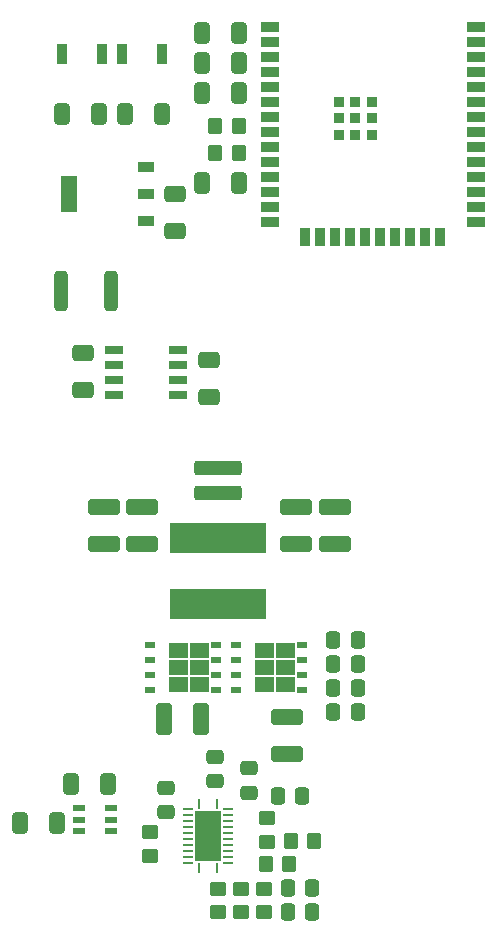
<source format=gtp>
G04 #@! TF.GenerationSoftware,KiCad,Pcbnew,7.0.10-7.0.10~ubuntu23.10.1*
G04 #@! TF.CreationDate,2024-02-11T21:25:08+01:00*
G04 #@! TF.ProjectId,mainBoard,6d61696e-426f-4617-9264-2e6b69636164,rev?*
G04 #@! TF.SameCoordinates,Original*
G04 #@! TF.FileFunction,Paste,Top*
G04 #@! TF.FilePolarity,Positive*
%FSLAX46Y46*%
G04 Gerber Fmt 4.6, Leading zero omitted, Abs format (unit mm)*
G04 Created by KiCad (PCBNEW 7.0.10-7.0.10~ubuntu23.10.1) date 2024-02-11 21:25:08*
%MOMM*%
%LPD*%
G01*
G04 APERTURE LIST*
G04 Aperture macros list*
%AMRoundRect*
0 Rectangle with rounded corners*
0 $1 Rounding radius*
0 $2 $3 $4 $5 $6 $7 $8 $9 X,Y pos of 4 corners*
0 Add a 4 corners polygon primitive as box body*
4,1,4,$2,$3,$4,$5,$6,$7,$8,$9,$2,$3,0*
0 Add four circle primitives for the rounded corners*
1,1,$1+$1,$2,$3*
1,1,$1+$1,$4,$5*
1,1,$1+$1,$6,$7*
1,1,$1+$1,$8,$9*
0 Add four rect primitives between the rounded corners*
20,1,$1+$1,$2,$3,$4,$5,0*
20,1,$1+$1,$4,$5,$6,$7,0*
20,1,$1+$1,$6,$7,$8,$9,0*
20,1,$1+$1,$8,$9,$2,$3,0*%
G04 Aperture macros list end*
%ADD10RoundRect,0.250000X0.475000X-0.337500X0.475000X0.337500X-0.475000X0.337500X-0.475000X-0.337500X0*%
%ADD11RoundRect,0.250000X-1.100000X0.412500X-1.100000X-0.412500X1.100000X-0.412500X1.100000X0.412500X0*%
%ADD12R,8.200000X2.600000*%
%ADD13RoundRect,0.250000X0.412500X0.650000X-0.412500X0.650000X-0.412500X-0.650000X0.412500X-0.650000X0*%
%ADD14RoundRect,0.250000X0.412500X1.100000X-0.412500X1.100000X-0.412500X-1.100000X0.412500X-1.100000X0*%
%ADD15R,0.910001X0.509999*%
%ADD16RoundRect,0.250000X-0.350000X-0.450000X0.350000X-0.450000X0.350000X0.450000X-0.350000X0.450000X0*%
%ADD17RoundRect,0.250000X0.350000X0.450000X-0.350000X0.450000X-0.350000X-0.450000X0.350000X-0.450000X0*%
%ADD18RoundRect,0.250000X-0.650000X0.412500X-0.650000X-0.412500X0.650000X-0.412500X0.650000X0.412500X0*%
%ADD19R,0.900000X1.700000*%
%ADD20RoundRect,0.250000X-0.412500X-0.650000X0.412500X-0.650000X0.412500X0.650000X-0.412500X0.650000X0*%
%ADD21RoundRect,0.250000X-0.337500X-0.475000X0.337500X-0.475000X0.337500X0.475000X-0.337500X0.475000X0*%
%ADD22R,0.254000X0.812800*%
%ADD23R,0.812800X0.254000*%
%ADD24R,2.209800X4.191000*%
%ADD25RoundRect,0.250000X-0.450000X0.350000X-0.450000X-0.350000X0.450000X-0.350000X0.450000X0.350000X0*%
%ADD26RoundRect,0.250000X0.450000X-0.350000X0.450000X0.350000X-0.450000X0.350000X-0.450000X-0.350000X0*%
%ADD27R,0.977900X0.558800*%
%ADD28R,1.473200X0.889000*%
%ADD29R,1.473200X3.149600*%
%ADD30R,1.500000X0.900000*%
%ADD31R,0.900000X1.500000*%
%ADD32R,0.900000X0.900000*%
%ADD33R,1.500000X0.650000*%
%ADD34RoundRect,0.250000X-1.775000X0.350000X-1.775000X-0.350000X1.775000X-0.350000X1.775000X0.350000X0*%
%ADD35RoundRect,0.250000X0.312500X1.450000X-0.312500X1.450000X-0.312500X-1.450000X0.312500X-1.450000X0*%
G04 APERTURE END LIST*
G36*
X143193953Y-106957162D02*
G01*
X143203333Y-106960007D01*
X143211977Y-106964630D01*
X143219554Y-106970848D01*
X143225771Y-106978425D01*
X143230392Y-106987068D01*
X143233237Y-106996449D01*
X143234197Y-107006202D01*
X143234197Y-108156202D01*
X143233237Y-108165956D01*
X143230392Y-108175336D01*
X143225771Y-108183980D01*
X143219554Y-108191557D01*
X143211977Y-108197775D01*
X143203333Y-108202397D01*
X143193953Y-108205242D01*
X143184197Y-108206202D01*
X141704200Y-108206202D01*
X141694444Y-108205242D01*
X141685063Y-108202397D01*
X141676420Y-108197775D01*
X141668843Y-108191557D01*
X141662625Y-108183980D01*
X141658005Y-108175336D01*
X141655160Y-108165956D01*
X141654197Y-108156202D01*
X141654197Y-107006202D01*
X141655160Y-106996449D01*
X141658005Y-106987068D01*
X141662625Y-106978425D01*
X141668843Y-106970848D01*
X141676420Y-106964630D01*
X141685063Y-106960007D01*
X141694444Y-106957162D01*
X141704200Y-106956202D01*
X143184197Y-106956202D01*
X143193953Y-106957162D01*
G37*
G36*
X143193953Y-108407162D02*
G01*
X143203333Y-108410007D01*
X143211977Y-108414630D01*
X143219554Y-108420848D01*
X143225771Y-108428424D01*
X143230392Y-108437068D01*
X143233237Y-108446448D01*
X143234197Y-108456202D01*
X143234197Y-109606202D01*
X143233237Y-109615956D01*
X143230392Y-109625336D01*
X143225771Y-109633980D01*
X143219554Y-109641556D01*
X143211977Y-109647774D01*
X143203333Y-109652397D01*
X143193953Y-109655242D01*
X143184197Y-109656202D01*
X141704200Y-109656202D01*
X141694444Y-109655242D01*
X141685063Y-109652397D01*
X141676420Y-109647774D01*
X141668843Y-109641556D01*
X141662625Y-109633980D01*
X141658005Y-109625336D01*
X141655160Y-109615956D01*
X141654197Y-109606202D01*
X141654197Y-108456202D01*
X141655160Y-108446448D01*
X141658005Y-108437068D01*
X141662625Y-108428424D01*
X141668843Y-108420848D01*
X141676420Y-108414630D01*
X141685063Y-108410007D01*
X141694444Y-108407162D01*
X141704200Y-108406202D01*
X143184197Y-108406202D01*
X143193953Y-108407162D01*
G37*
G36*
X143193953Y-109857162D02*
G01*
X143203333Y-109860007D01*
X143211977Y-109864629D01*
X143219554Y-109870847D01*
X143225771Y-109878424D01*
X143230392Y-109887068D01*
X143233237Y-109896448D01*
X143234197Y-109906202D01*
X143234197Y-111056202D01*
X143233237Y-111065955D01*
X143230392Y-111075336D01*
X143225771Y-111083979D01*
X143219554Y-111091556D01*
X143211977Y-111097774D01*
X143203333Y-111102397D01*
X143193953Y-111105242D01*
X143184197Y-111106202D01*
X141704200Y-111106202D01*
X141694444Y-111105242D01*
X141685063Y-111102397D01*
X141676420Y-111097774D01*
X141668843Y-111091556D01*
X141662625Y-111083979D01*
X141658005Y-111075336D01*
X141655160Y-111065955D01*
X141654197Y-111056202D01*
X141654197Y-109906202D01*
X141655160Y-109896448D01*
X141658005Y-109887068D01*
X141662625Y-109878424D01*
X141668843Y-109870847D01*
X141676420Y-109864629D01*
X141685063Y-109860007D01*
X141694444Y-109857162D01*
X141704200Y-109856202D01*
X143184197Y-109856202D01*
X143193953Y-109857162D01*
G37*
G36*
X144973954Y-106957162D02*
G01*
X144983335Y-106960007D01*
X144991978Y-106964630D01*
X144999555Y-106970848D01*
X145005773Y-106978425D01*
X145010393Y-106987068D01*
X145013238Y-106996449D01*
X145014201Y-107006202D01*
X145014201Y-108156202D01*
X145013238Y-108165956D01*
X145010393Y-108175336D01*
X145005773Y-108183980D01*
X144999555Y-108191557D01*
X144991978Y-108197775D01*
X144983335Y-108202397D01*
X144973954Y-108205242D01*
X144964198Y-108206202D01*
X143484201Y-108206202D01*
X143474445Y-108205242D01*
X143465065Y-108202397D01*
X143456421Y-108197775D01*
X143448844Y-108191557D01*
X143442626Y-108183980D01*
X143438006Y-108175336D01*
X143435161Y-108165956D01*
X143434201Y-108156202D01*
X143434201Y-107006202D01*
X143435161Y-106996449D01*
X143438006Y-106987068D01*
X143442626Y-106978425D01*
X143448844Y-106970848D01*
X143456421Y-106964630D01*
X143465065Y-106960007D01*
X143474445Y-106957162D01*
X143484201Y-106956202D01*
X144964198Y-106956202D01*
X144973954Y-106957162D01*
G37*
G36*
X144973954Y-108407162D02*
G01*
X144983335Y-108410007D01*
X144991978Y-108414630D01*
X144999555Y-108420848D01*
X145005773Y-108428424D01*
X145010393Y-108437068D01*
X145013238Y-108446448D01*
X145014201Y-108456202D01*
X145014201Y-109606202D01*
X145013238Y-109615956D01*
X145010393Y-109625336D01*
X145005773Y-109633980D01*
X144999555Y-109641556D01*
X144991978Y-109647774D01*
X144983335Y-109652397D01*
X144973954Y-109655242D01*
X144964198Y-109656202D01*
X143484201Y-109656202D01*
X143474445Y-109655242D01*
X143465065Y-109652397D01*
X143456421Y-109647774D01*
X143448844Y-109641556D01*
X143442626Y-109633980D01*
X143438006Y-109625336D01*
X143435161Y-109615956D01*
X143434201Y-109606202D01*
X143434201Y-108456202D01*
X143435161Y-108446448D01*
X143438006Y-108437068D01*
X143442626Y-108428424D01*
X143448844Y-108420848D01*
X143456421Y-108414630D01*
X143465065Y-108410007D01*
X143474445Y-108407162D01*
X143484201Y-108406202D01*
X144964198Y-108406202D01*
X144973954Y-108407162D01*
G37*
G36*
X144973954Y-109857162D02*
G01*
X144983335Y-109860007D01*
X144991978Y-109864629D01*
X144999555Y-109870847D01*
X145005773Y-109878424D01*
X145010393Y-109887068D01*
X145013238Y-109896448D01*
X145014201Y-109906202D01*
X145014201Y-111056202D01*
X145013238Y-111065955D01*
X145010393Y-111075336D01*
X145005773Y-111083979D01*
X144999555Y-111091556D01*
X144991978Y-111097774D01*
X144983335Y-111102397D01*
X144973954Y-111105242D01*
X144964198Y-111106202D01*
X143484201Y-111106202D01*
X143474445Y-111105242D01*
X143465065Y-111102397D01*
X143456421Y-111097774D01*
X143448844Y-111091556D01*
X143442626Y-111083979D01*
X143438006Y-111075336D01*
X143435161Y-111065955D01*
X143434201Y-111056202D01*
X143434201Y-109906202D01*
X143435161Y-109896448D01*
X143438006Y-109887068D01*
X143442626Y-109878424D01*
X143448844Y-109870847D01*
X143456421Y-109864629D01*
X143465065Y-109860007D01*
X143474445Y-109857162D01*
X143484201Y-109856202D01*
X144964198Y-109856202D01*
X144973954Y-109857162D01*
G37*
G36*
X145974549Y-125306431D02*
G01*
X143964749Y-125306431D01*
X143964749Y-124109431D01*
X145974549Y-124109431D01*
X145974549Y-125306431D01*
G37*
G36*
X145974549Y-123909431D02*
G01*
X143964749Y-123909431D01*
X143964749Y-122712431D01*
X145974549Y-122712431D01*
X145974549Y-123909431D01*
G37*
G36*
X145974549Y-122512431D02*
G01*
X143964749Y-122512431D01*
X143964749Y-121315431D01*
X145974549Y-121315431D01*
X145974549Y-122512431D01*
G37*
G36*
X150458353Y-106968160D02*
G01*
X150467733Y-106971005D01*
X150476377Y-106975628D01*
X150483954Y-106981846D01*
X150490171Y-106989423D01*
X150494792Y-106998066D01*
X150497637Y-107007447D01*
X150498597Y-107017200D01*
X150498597Y-108167200D01*
X150497637Y-108176954D01*
X150494792Y-108186334D01*
X150490171Y-108194978D01*
X150483954Y-108202555D01*
X150476377Y-108208773D01*
X150467733Y-108213395D01*
X150458353Y-108216240D01*
X150448597Y-108217200D01*
X148968600Y-108217200D01*
X148958844Y-108216240D01*
X148949463Y-108213395D01*
X148940820Y-108208773D01*
X148933243Y-108202555D01*
X148927025Y-108194978D01*
X148922405Y-108186334D01*
X148919560Y-108176954D01*
X148918597Y-108167200D01*
X148918597Y-107017200D01*
X148919560Y-107007447D01*
X148922405Y-106998066D01*
X148927025Y-106989423D01*
X148933243Y-106981846D01*
X148940820Y-106975628D01*
X148949463Y-106971005D01*
X148958844Y-106968160D01*
X148968600Y-106967200D01*
X150448597Y-106967200D01*
X150458353Y-106968160D01*
G37*
G36*
X150458353Y-108418160D02*
G01*
X150467733Y-108421005D01*
X150476377Y-108425628D01*
X150483954Y-108431846D01*
X150490171Y-108439422D01*
X150494792Y-108448066D01*
X150497637Y-108457446D01*
X150498597Y-108467200D01*
X150498597Y-109617200D01*
X150497637Y-109626954D01*
X150494792Y-109636334D01*
X150490171Y-109644978D01*
X150483954Y-109652554D01*
X150476377Y-109658772D01*
X150467733Y-109663395D01*
X150458353Y-109666240D01*
X150448597Y-109667200D01*
X148968600Y-109667200D01*
X148958844Y-109666240D01*
X148949463Y-109663395D01*
X148940820Y-109658772D01*
X148933243Y-109652554D01*
X148927025Y-109644978D01*
X148922405Y-109636334D01*
X148919560Y-109626954D01*
X148918597Y-109617200D01*
X148918597Y-108467200D01*
X148919560Y-108457446D01*
X148922405Y-108448066D01*
X148927025Y-108439422D01*
X148933243Y-108431846D01*
X148940820Y-108425628D01*
X148949463Y-108421005D01*
X148958844Y-108418160D01*
X148968600Y-108417200D01*
X150448597Y-108417200D01*
X150458353Y-108418160D01*
G37*
G36*
X150458353Y-109868160D02*
G01*
X150467733Y-109871005D01*
X150476377Y-109875627D01*
X150483954Y-109881845D01*
X150490171Y-109889422D01*
X150494792Y-109898066D01*
X150497637Y-109907446D01*
X150498597Y-109917200D01*
X150498597Y-111067200D01*
X150497637Y-111076953D01*
X150494792Y-111086334D01*
X150490171Y-111094977D01*
X150483954Y-111102554D01*
X150476377Y-111108772D01*
X150467733Y-111113395D01*
X150458353Y-111116240D01*
X150448597Y-111117200D01*
X148968600Y-111117200D01*
X148958844Y-111116240D01*
X148949463Y-111113395D01*
X148940820Y-111108772D01*
X148933243Y-111102554D01*
X148927025Y-111094977D01*
X148922405Y-111086334D01*
X148919560Y-111076953D01*
X148918597Y-111067200D01*
X148918597Y-109917200D01*
X148919560Y-109907446D01*
X148922405Y-109898066D01*
X148927025Y-109889422D01*
X148933243Y-109881845D01*
X148940820Y-109875627D01*
X148949463Y-109871005D01*
X148958844Y-109868160D01*
X148968600Y-109867200D01*
X150448597Y-109867200D01*
X150458353Y-109868160D01*
G37*
G36*
X152238354Y-106968160D02*
G01*
X152247735Y-106971005D01*
X152256378Y-106975628D01*
X152263955Y-106981846D01*
X152270173Y-106989423D01*
X152274793Y-106998066D01*
X152277638Y-107007447D01*
X152278601Y-107017200D01*
X152278601Y-108167200D01*
X152277638Y-108176954D01*
X152274793Y-108186334D01*
X152270173Y-108194978D01*
X152263955Y-108202555D01*
X152256378Y-108208773D01*
X152247735Y-108213395D01*
X152238354Y-108216240D01*
X152228598Y-108217200D01*
X150748601Y-108217200D01*
X150738845Y-108216240D01*
X150729465Y-108213395D01*
X150720821Y-108208773D01*
X150713244Y-108202555D01*
X150707026Y-108194978D01*
X150702406Y-108186334D01*
X150699561Y-108176954D01*
X150698601Y-108167200D01*
X150698601Y-107017200D01*
X150699561Y-107007447D01*
X150702406Y-106998066D01*
X150707026Y-106989423D01*
X150713244Y-106981846D01*
X150720821Y-106975628D01*
X150729465Y-106971005D01*
X150738845Y-106968160D01*
X150748601Y-106967200D01*
X152228598Y-106967200D01*
X152238354Y-106968160D01*
G37*
G36*
X152238354Y-108418160D02*
G01*
X152247735Y-108421005D01*
X152256378Y-108425628D01*
X152263955Y-108431846D01*
X152270173Y-108439422D01*
X152274793Y-108448066D01*
X152277638Y-108457446D01*
X152278601Y-108467200D01*
X152278601Y-109617200D01*
X152277638Y-109626954D01*
X152274793Y-109636334D01*
X152270173Y-109644978D01*
X152263955Y-109652554D01*
X152256378Y-109658772D01*
X152247735Y-109663395D01*
X152238354Y-109666240D01*
X152228598Y-109667200D01*
X150748601Y-109667200D01*
X150738845Y-109666240D01*
X150729465Y-109663395D01*
X150720821Y-109658772D01*
X150713244Y-109652554D01*
X150707026Y-109644978D01*
X150702406Y-109636334D01*
X150699561Y-109626954D01*
X150698601Y-109617200D01*
X150698601Y-108467200D01*
X150699561Y-108457446D01*
X150702406Y-108448066D01*
X150707026Y-108439422D01*
X150713244Y-108431846D01*
X150720821Y-108425628D01*
X150729465Y-108421005D01*
X150738845Y-108418160D01*
X150748601Y-108417200D01*
X152228598Y-108417200D01*
X152238354Y-108418160D01*
G37*
G36*
X152238354Y-109868160D02*
G01*
X152247735Y-109871005D01*
X152256378Y-109875627D01*
X152263955Y-109881845D01*
X152270173Y-109889422D01*
X152274793Y-109898066D01*
X152277638Y-109907446D01*
X152278601Y-109917200D01*
X152278601Y-111067200D01*
X152277638Y-111076953D01*
X152274793Y-111086334D01*
X152270173Y-111094977D01*
X152263955Y-111102554D01*
X152256378Y-111108772D01*
X152247735Y-111113395D01*
X152238354Y-111116240D01*
X152228598Y-111117200D01*
X150748601Y-111117200D01*
X150738845Y-111116240D01*
X150729465Y-111113395D01*
X150720821Y-111108772D01*
X150713244Y-111102554D01*
X150707026Y-111094977D01*
X150702406Y-111086334D01*
X150699561Y-111076953D01*
X150698601Y-111067200D01*
X150698601Y-109917200D01*
X150699561Y-109907446D01*
X150702406Y-109898066D01*
X150707026Y-109889422D01*
X150713244Y-109881845D01*
X150720821Y-109875627D01*
X150729465Y-109871005D01*
X150738845Y-109868160D01*
X150748601Y-109867200D01*
X152228598Y-109867200D01*
X152238354Y-109868160D01*
G37*
D10*
X145528449Y-118689231D03*
X145528449Y-116614231D03*
D11*
X152400000Y-95465500D03*
X152400000Y-98590500D03*
D12*
X145796000Y-98038000D03*
X145796000Y-103638000D03*
D13*
X147581200Y-57887347D03*
X144456200Y-57887347D03*
D11*
X155702000Y-95465500D03*
X155702000Y-98590500D03*
D10*
X141376400Y-121281100D03*
X141376400Y-119206100D03*
D14*
X144361300Y-113385600D03*
X141236300Y-113385600D03*
D13*
X132118500Y-122174000D03*
X128993500Y-122174000D03*
X147581200Y-60427347D03*
X144456200Y-60427347D03*
X136436500Y-118872000D03*
X133311500Y-118872000D03*
D15*
X140029199Y-107126202D03*
X140029199Y-108396202D03*
X140029199Y-109666202D03*
X140029199Y-110936202D03*
X145619201Y-110936202D03*
X145619201Y-109666202D03*
X145619201Y-108396202D03*
X145619201Y-107126202D03*
D16*
X145549200Y-65507347D03*
X147549200Y-65507347D03*
D17*
X153945249Y-123717331D03*
X151945249Y-123717331D03*
D18*
X145034000Y-83019500D03*
X145034000Y-86144500D03*
D19*
X132537200Y-57125347D03*
X135937200Y-57125347D03*
D17*
X151811649Y-125678131D03*
X149811649Y-125678131D03*
D10*
X148424049Y-119654431D03*
X148424049Y-117579431D03*
D20*
X132595200Y-62205347D03*
X135720200Y-62205347D03*
D19*
X137617200Y-57125347D03*
X141017200Y-57125347D03*
D18*
X142113000Y-68922500D03*
X142113000Y-72047500D03*
D21*
X151704549Y-129742131D03*
X153779549Y-129742131D03*
D22*
X145719650Y-126028731D03*
D23*
X146671449Y-125560932D03*
X146671449Y-125060930D03*
X146671449Y-124560931D03*
X146671449Y-124060932D03*
X146671449Y-123560931D03*
X146671449Y-123060931D03*
X146671449Y-122560930D03*
X146671449Y-122060931D03*
X146671449Y-121560932D03*
X146671449Y-121060930D03*
D22*
X145719650Y-120593131D03*
X144219648Y-120593131D03*
D23*
X143267849Y-121060930D03*
X143267849Y-121560932D03*
X143267849Y-122060931D03*
X143267849Y-122560930D03*
X143267849Y-123060931D03*
X143267849Y-123560931D03*
X143267849Y-124060932D03*
X143267849Y-124560931D03*
X143267849Y-125060930D03*
X143267849Y-125560932D03*
D22*
X144219648Y-126028731D03*
D24*
X144969649Y-123310931D03*
D18*
X134366000Y-82384500D03*
X134366000Y-85509500D03*
D11*
X136144000Y-95465500D03*
X136144000Y-98590500D03*
D21*
X155553500Y-108712000D03*
X157628500Y-108712000D03*
D25*
X147738249Y-127776931D03*
X147738249Y-129776931D03*
D11*
X151638000Y-113245500D03*
X151638000Y-116370500D03*
X139378000Y-95465500D03*
X139378000Y-98590500D03*
D21*
X155553500Y-106680000D03*
X157628500Y-106680000D03*
D26*
X149897249Y-123802931D03*
X149897249Y-121802931D03*
D21*
X155553500Y-110744000D03*
X157628500Y-110744000D03*
D15*
X147293599Y-107137200D03*
X147293599Y-108407200D03*
X147293599Y-109677200D03*
X147293599Y-110947200D03*
X152883601Y-110947200D03*
X152883601Y-109677200D03*
X152883601Y-108407200D03*
X152883601Y-107137200D03*
D27*
X134016750Y-120969999D03*
X134016750Y-121920000D03*
X134016750Y-122870001D03*
X136747250Y-122870001D03*
X136747250Y-121920000D03*
X136747250Y-120969999D03*
D21*
X151704549Y-127724131D03*
X153779549Y-127724131D03*
D26*
X140050000Y-125000000D03*
X140050000Y-123000000D03*
D28*
X139661900Y-71261000D03*
X139661900Y-68961000D03*
X139661900Y-66661000D03*
D29*
X133134100Y-68961000D03*
D30*
X150147200Y-54839347D03*
X150147200Y-56109347D03*
X150147200Y-57379347D03*
X150147200Y-58649347D03*
X150147200Y-59919347D03*
X150147200Y-61189347D03*
X150147200Y-62459347D03*
X150147200Y-63729347D03*
X150147200Y-64999347D03*
X150147200Y-66269347D03*
X150147200Y-67539347D03*
X150147200Y-68809347D03*
X150147200Y-70079347D03*
X150147200Y-71349347D03*
D31*
X153177200Y-72599347D03*
X154447200Y-72599347D03*
X155717200Y-72599347D03*
X156987200Y-72599347D03*
X158257200Y-72599347D03*
X159527200Y-72599347D03*
X160797200Y-72599347D03*
X162067200Y-72599347D03*
X163337200Y-72599347D03*
X164607200Y-72599347D03*
D30*
X167647200Y-71349347D03*
X167647200Y-70079347D03*
X167647200Y-68809347D03*
X167647200Y-67539347D03*
X167647200Y-66269347D03*
X167647200Y-64999347D03*
X167647200Y-63729347D03*
X167647200Y-62459347D03*
X167647200Y-61189347D03*
X167647200Y-59919347D03*
X167647200Y-58649347D03*
X167647200Y-57379347D03*
X167647200Y-56109347D03*
X167647200Y-54839347D03*
D32*
X155997200Y-61159347D03*
X155997200Y-61159347D03*
X155997200Y-62559347D03*
X155997200Y-63959347D03*
X155997200Y-63959347D03*
X157397200Y-61159347D03*
X157397200Y-62559347D03*
X157397200Y-63959347D03*
X157397200Y-63959347D03*
X158797200Y-61159347D03*
X158797200Y-62559347D03*
X158797200Y-63959347D03*
D26*
X145782449Y-129776931D03*
X145782449Y-127776931D03*
D13*
X147581200Y-55289347D03*
X144456200Y-55289347D03*
D25*
X149694049Y-127776931D03*
X149694049Y-129776931D03*
D20*
X144456200Y-68047347D03*
X147581200Y-68047347D03*
X137892200Y-62205347D03*
X141017200Y-62205347D03*
D33*
X142407200Y-85954347D03*
X142407200Y-84684347D03*
X142407200Y-83414347D03*
X142407200Y-82144347D03*
X137007200Y-82144347D03*
X137007200Y-83414347D03*
X137007200Y-84684347D03*
X137007200Y-85954347D03*
D34*
X145796000Y-92193000D03*
X145796000Y-94243000D03*
D16*
X145549200Y-63221347D03*
X147549200Y-63221347D03*
D21*
X155553500Y-112776000D03*
X157628500Y-112776000D03*
X150840949Y-119937731D03*
X152915949Y-119937731D03*
D35*
X136764700Y-77191347D03*
X132489700Y-77191347D03*
M02*

</source>
